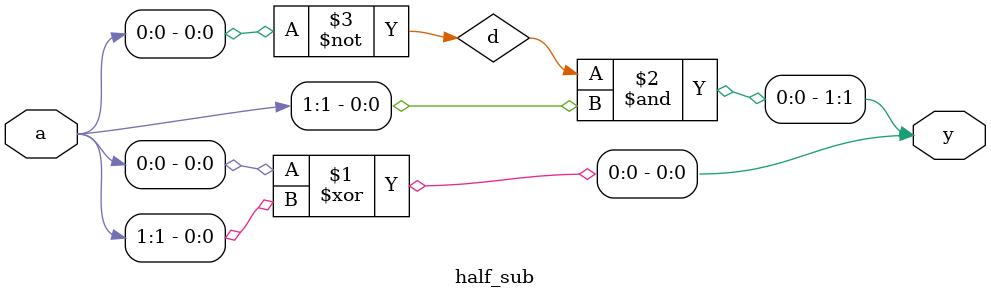
<source format=v>
`timescale 1ns / 1ps
module half_sub(
    input [0:1] a,
    output [0:1] y
    );
	 wire d;
	 not a0(d,a[0]);
	 xor a1(y[0],a[0],a[1]);
	 and a2(y[1],d,a[1]);
endmodule

</source>
